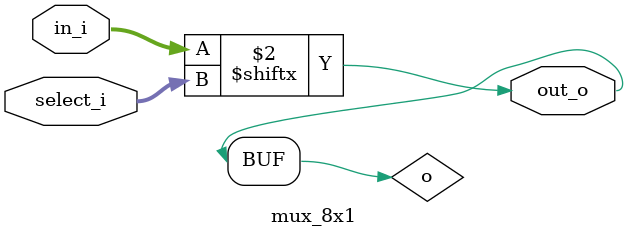
<source format=v>
module mux_8x1 #(parameter N = 8) (
  input wire [N - 1'b1 : 0] in_i,
  input wire [$clog2(N) - 1'b1 : 0] select_i,

  output wire out_o
  );

  // driving the output
  reg o;
  assign out_o = o;

  always @(*) begin 
    o = in_i[select_i];
  end

endmodule

</source>
